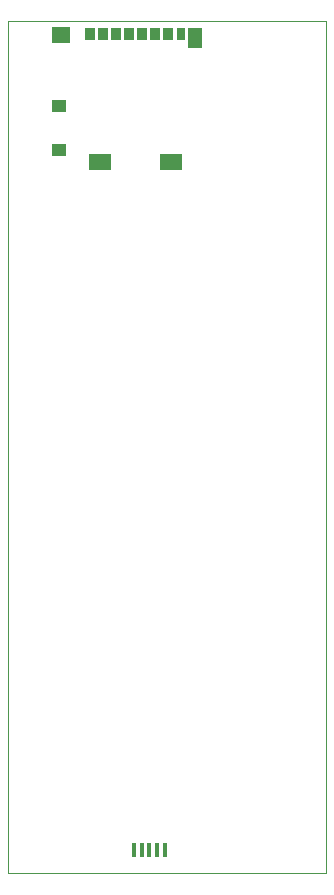
<source format=gbr>
%TF.GenerationSoftware,KiCad,Pcbnew,(5.1.9-16-g1737927814)-1*%
%TF.CreationDate,2021-07-07T15:11:54-05:00*%
%TF.ProjectId,bluepill_scsi,626c7565-7069-46c6-9c5f-736373692e6b,rev?*%
%TF.SameCoordinates,Original*%
%TF.FileFunction,Paste,Top*%
%TF.FilePolarity,Positive*%
%FSLAX46Y46*%
G04 Gerber Fmt 4.6, Leading zero omitted, Abs format (unit mm)*
G04 Created by KiCad (PCBNEW (5.1.9-16-g1737927814)-1) date 2021-07-07 15:11:54*
%MOMM*%
%LPD*%
G01*
G04 APERTURE LIST*
%TA.AperFunction,Profile*%
%ADD10C,0.050000*%
%TD*%
%ADD11R,0.450000X1.300000*%
%ADD12R,1.900000X1.350000*%
%ADD13R,1.200000X1.000000*%
%ADD14R,1.550000X1.350000*%
%ADD15R,1.170000X1.800000*%
%ADD16R,0.850000X1.100000*%
%ADD17R,0.750000X1.100000*%
G04 APERTURE END LIST*
D10*
X113538000Y-148475700D02*
X86664800Y-148475700D01*
X113538000Y-76314300D02*
X86664800Y-76314300D01*
X113538000Y-148475700D02*
X113538000Y-76314300D01*
X86664800Y-148475700D02*
X86664800Y-76314300D01*
D11*
%TO.C,J3*%
X99902800Y-146461400D03*
X99252800Y-146461400D03*
X98602800Y-146461400D03*
X97952800Y-146461400D03*
X97302800Y-146461400D03*
%TD*%
D12*
%TO.C,J6*%
X100440500Y-88217100D03*
X94470500Y-88217100D03*
D13*
X90970500Y-83542100D03*
X90970500Y-87242100D03*
D14*
X91145500Y-77517100D03*
D15*
X102465500Y-77742100D03*
D16*
X100205500Y-77392100D03*
X99105500Y-77392100D03*
X98005500Y-77392100D03*
X96905500Y-77392100D03*
X95805500Y-77392100D03*
X94705500Y-77392100D03*
D17*
X101255500Y-77392100D03*
D16*
X93605500Y-77392100D03*
%TD*%
M02*

</source>
